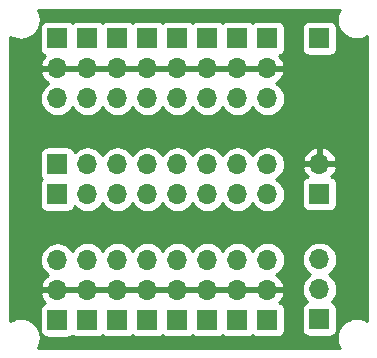
<source format=gtl>
G04 #@! TF.GenerationSoftware,KiCad,Pcbnew,5.1.1-8be2ce7~80~ubuntu16.04.1*
G04 #@! TF.CreationDate,2019-04-29T10:17:37+02:00*
G04 #@! TF.ProjectId,servomotors_ext_pwr_adaptor,73657276-6f6d-46f7-946f-72735f657874,rev?*
G04 #@! TF.SameCoordinates,Original*
G04 #@! TF.FileFunction,Copper,L1,Top*
G04 #@! TF.FilePolarity,Positive*
%FSLAX46Y46*%
G04 Gerber Fmt 4.6, Leading zero omitted, Abs format (unit mm)*
G04 Created by KiCad (PCBNEW 5.1.1-8be2ce7~80~ubuntu16.04.1) date 2019-04-29 10:17:37*
%MOMM*%
%LPD*%
G04 APERTURE LIST*
%ADD10O,1.700000X1.700000*%
%ADD11R,1.700000X1.700000*%
%ADD12C,0.254000*%
G04 APERTURE END LIST*
D10*
X100126800Y-92506800D03*
X100126800Y-89966800D03*
D11*
X100126800Y-87426800D03*
X102666800Y-87426800D03*
D10*
X102666800Y-89966800D03*
X102666800Y-92506800D03*
X105206800Y-92506800D03*
X105206800Y-89966800D03*
D11*
X105206800Y-87426800D03*
X107746800Y-87426800D03*
D10*
X107746800Y-89966800D03*
X107746800Y-92506800D03*
X110286800Y-92506800D03*
X110286800Y-89966800D03*
D11*
X110286800Y-87426800D03*
X112826800Y-87426800D03*
D10*
X112826800Y-89966800D03*
X112826800Y-92506800D03*
X115366800Y-92506800D03*
X115366800Y-89966800D03*
D11*
X115366800Y-87426800D03*
X117906800Y-87426800D03*
D10*
X117906800Y-89966800D03*
X117906800Y-92506800D03*
X117906800Y-98062800D03*
X115366800Y-98062800D03*
X112826800Y-98062800D03*
X110286800Y-98062800D03*
X107746800Y-98062800D03*
X105206800Y-98062800D03*
X102666800Y-98062800D03*
D11*
X100126800Y-98062800D03*
X122326400Y-111201200D03*
D10*
X122326400Y-108661200D03*
X122326400Y-106121200D03*
D11*
X100126800Y-100634800D03*
D10*
X102666800Y-100634800D03*
X105206800Y-100634800D03*
X107746800Y-100634800D03*
X110286800Y-100634800D03*
X112826800Y-100634800D03*
X115366800Y-100634800D03*
X117906800Y-100634800D03*
X100126800Y-106190800D03*
X100126800Y-108730800D03*
D11*
X100126800Y-111270800D03*
X102666800Y-111252000D03*
D10*
X102666800Y-108712000D03*
X102666800Y-106172000D03*
D11*
X105206800Y-111252000D03*
D10*
X105206800Y-108712000D03*
X105206800Y-106172000D03*
X107746800Y-106172000D03*
X107746800Y-108712000D03*
D11*
X107746800Y-111252000D03*
X110286800Y-111252000D03*
D10*
X110286800Y-108712000D03*
X110286800Y-106172000D03*
X112826800Y-106172000D03*
X112826800Y-108712000D03*
D11*
X112826800Y-111252000D03*
X115366800Y-111252000D03*
D10*
X115366800Y-108712000D03*
X115366800Y-106172000D03*
X117906800Y-106172000D03*
X117906800Y-108712000D03*
D11*
X117906800Y-111252000D03*
X122326400Y-87426800D03*
X122326400Y-100584000D03*
D10*
X122326400Y-98044000D03*
D12*
G36*
X123913976Y-85217551D02*
G01*
X123823600Y-85532728D01*
X123796164Y-85859456D01*
X123832712Y-86185292D01*
X123931853Y-86497822D01*
X124089809Y-86785145D01*
X124300566Y-87036314D01*
X124556094Y-87241764D01*
X124846661Y-87393669D01*
X125161199Y-87486243D01*
X125487729Y-87515959D01*
X125813811Y-87481686D01*
X126127026Y-87384730D01*
X126340001Y-87269575D01*
X126340000Y-111339249D01*
X126083529Y-111209696D01*
X125767729Y-111121523D01*
X125440817Y-111096368D01*
X125115245Y-111135191D01*
X124803414Y-111236511D01*
X124517201Y-111396469D01*
X124267509Y-111608974D01*
X124063848Y-111865930D01*
X123913976Y-112157551D01*
X123823600Y-112472728D01*
X123796164Y-112799456D01*
X123832712Y-113125292D01*
X123931853Y-113437822D01*
X124043000Y-113640000D01*
X98462240Y-113640000D01*
X98581237Y-113416198D01*
X98676005Y-113102314D01*
X98708000Y-112776000D01*
X98707345Y-112729092D01*
X98666251Y-112403799D01*
X98562756Y-112092682D01*
X98400803Y-111807594D01*
X98186561Y-111559391D01*
X97928189Y-111357529D01*
X97635529Y-111209696D01*
X97319729Y-111121523D01*
X96992817Y-111096368D01*
X96667245Y-111135191D01*
X96355414Y-111236511D01*
X96164000Y-111343488D01*
X96164000Y-110420800D01*
X98638728Y-110420800D01*
X98638728Y-112120800D01*
X98650988Y-112245282D01*
X98687298Y-112364980D01*
X98746263Y-112475294D01*
X98825615Y-112571985D01*
X98922306Y-112651337D01*
X99032620Y-112710302D01*
X99152318Y-112746612D01*
X99276800Y-112758872D01*
X100976800Y-112758872D01*
X101101282Y-112746612D01*
X101220980Y-112710302D01*
X101331294Y-112651337D01*
X101408254Y-112588178D01*
X101462306Y-112632537D01*
X101572620Y-112691502D01*
X101692318Y-112727812D01*
X101816800Y-112740072D01*
X103516800Y-112740072D01*
X103641282Y-112727812D01*
X103760980Y-112691502D01*
X103871294Y-112632537D01*
X103936800Y-112578778D01*
X104002306Y-112632537D01*
X104112620Y-112691502D01*
X104232318Y-112727812D01*
X104356800Y-112740072D01*
X106056800Y-112740072D01*
X106181282Y-112727812D01*
X106300980Y-112691502D01*
X106411294Y-112632537D01*
X106476800Y-112578778D01*
X106542306Y-112632537D01*
X106652620Y-112691502D01*
X106772318Y-112727812D01*
X106896800Y-112740072D01*
X108596800Y-112740072D01*
X108721282Y-112727812D01*
X108840980Y-112691502D01*
X108951294Y-112632537D01*
X109016800Y-112578778D01*
X109082306Y-112632537D01*
X109192620Y-112691502D01*
X109312318Y-112727812D01*
X109436800Y-112740072D01*
X111136800Y-112740072D01*
X111261282Y-112727812D01*
X111380980Y-112691502D01*
X111491294Y-112632537D01*
X111556800Y-112578778D01*
X111622306Y-112632537D01*
X111732620Y-112691502D01*
X111852318Y-112727812D01*
X111976800Y-112740072D01*
X113676800Y-112740072D01*
X113801282Y-112727812D01*
X113920980Y-112691502D01*
X114031294Y-112632537D01*
X114096800Y-112578778D01*
X114162306Y-112632537D01*
X114272620Y-112691502D01*
X114392318Y-112727812D01*
X114516800Y-112740072D01*
X116216800Y-112740072D01*
X116341282Y-112727812D01*
X116460980Y-112691502D01*
X116571294Y-112632537D01*
X116636800Y-112578778D01*
X116702306Y-112632537D01*
X116812620Y-112691502D01*
X116932318Y-112727812D01*
X117056800Y-112740072D01*
X118756800Y-112740072D01*
X118881282Y-112727812D01*
X119000980Y-112691502D01*
X119111294Y-112632537D01*
X119207985Y-112553185D01*
X119287337Y-112456494D01*
X119346302Y-112346180D01*
X119382612Y-112226482D01*
X119394872Y-112102000D01*
X119394872Y-110402000D01*
X119382612Y-110277518D01*
X119346302Y-110157820D01*
X119287337Y-110047506D01*
X119207985Y-109950815D01*
X119111294Y-109871463D01*
X119000980Y-109812498D01*
X118920334Y-109788034D01*
X119004388Y-109712269D01*
X119178441Y-109478920D01*
X119303625Y-109216099D01*
X119348276Y-109068890D01*
X119226955Y-108839000D01*
X118033800Y-108839000D01*
X118033800Y-108859000D01*
X117779800Y-108859000D01*
X117779800Y-108839000D01*
X115493800Y-108839000D01*
X115493800Y-108859000D01*
X115239800Y-108859000D01*
X115239800Y-108839000D01*
X112953800Y-108839000D01*
X112953800Y-108859000D01*
X112699800Y-108859000D01*
X112699800Y-108839000D01*
X110413800Y-108839000D01*
X110413800Y-108859000D01*
X110159800Y-108859000D01*
X110159800Y-108839000D01*
X107873800Y-108839000D01*
X107873800Y-108859000D01*
X107619800Y-108859000D01*
X107619800Y-108839000D01*
X105333800Y-108839000D01*
X105333800Y-108859000D01*
X105079800Y-108859000D01*
X105079800Y-108839000D01*
X102793800Y-108839000D01*
X102793800Y-108859000D01*
X102539800Y-108859000D01*
X102539800Y-108839000D01*
X101346645Y-108839000D01*
X101336724Y-108857800D01*
X100253800Y-108857800D01*
X100253800Y-108877800D01*
X99999800Y-108877800D01*
X99999800Y-108857800D01*
X98806645Y-108857800D01*
X98685324Y-109087690D01*
X98729975Y-109234899D01*
X98855159Y-109497720D01*
X99029212Y-109731069D01*
X99113266Y-109806834D01*
X99032620Y-109831298D01*
X98922306Y-109890263D01*
X98825615Y-109969615D01*
X98746263Y-110066306D01*
X98687298Y-110176620D01*
X98650988Y-110296318D01*
X98638728Y-110420800D01*
X96164000Y-110420800D01*
X96164000Y-106190800D01*
X98634615Y-106190800D01*
X98663287Y-106481911D01*
X98748201Y-106761834D01*
X98886094Y-107019814D01*
X99071666Y-107245934D01*
X99297786Y-107431506D01*
X99362323Y-107466001D01*
X99245445Y-107535622D01*
X99029212Y-107730531D01*
X98855159Y-107963880D01*
X98729975Y-108226701D01*
X98685324Y-108373910D01*
X98806645Y-108603800D01*
X99999800Y-108603800D01*
X99999800Y-108583800D01*
X100253800Y-108583800D01*
X100253800Y-108603800D01*
X101446955Y-108603800D01*
X101456876Y-108585000D01*
X102539800Y-108585000D01*
X102539800Y-108565000D01*
X102793800Y-108565000D01*
X102793800Y-108585000D01*
X105079800Y-108585000D01*
X105079800Y-108565000D01*
X105333800Y-108565000D01*
X105333800Y-108585000D01*
X107619800Y-108585000D01*
X107619800Y-108565000D01*
X107873800Y-108565000D01*
X107873800Y-108585000D01*
X110159800Y-108585000D01*
X110159800Y-108565000D01*
X110413800Y-108565000D01*
X110413800Y-108585000D01*
X112699800Y-108585000D01*
X112699800Y-108565000D01*
X112953800Y-108565000D01*
X112953800Y-108585000D01*
X115239800Y-108585000D01*
X115239800Y-108565000D01*
X115493800Y-108565000D01*
X115493800Y-108585000D01*
X117779800Y-108585000D01*
X117779800Y-108565000D01*
X118033800Y-108565000D01*
X118033800Y-108585000D01*
X119226955Y-108585000D01*
X119348276Y-108355110D01*
X119303625Y-108207901D01*
X119178441Y-107945080D01*
X119004388Y-107711731D01*
X118788155Y-107516822D01*
X118671277Y-107447201D01*
X118735814Y-107412706D01*
X118961934Y-107227134D01*
X119147506Y-107001014D01*
X119285399Y-106743034D01*
X119370313Y-106463111D01*
X119398985Y-106172000D01*
X119393982Y-106121200D01*
X120834215Y-106121200D01*
X120862887Y-106412311D01*
X120947801Y-106692234D01*
X121085694Y-106950214D01*
X121271266Y-107176334D01*
X121497386Y-107361906D01*
X121552191Y-107391200D01*
X121497386Y-107420494D01*
X121271266Y-107606066D01*
X121085694Y-107832186D01*
X120947801Y-108090166D01*
X120862887Y-108370089D01*
X120834215Y-108661200D01*
X120862887Y-108952311D01*
X120947801Y-109232234D01*
X121085694Y-109490214D01*
X121271266Y-109716334D01*
X121301087Y-109740807D01*
X121232220Y-109761698D01*
X121121906Y-109820663D01*
X121025215Y-109900015D01*
X120945863Y-109996706D01*
X120886898Y-110107020D01*
X120850588Y-110226718D01*
X120838328Y-110351200D01*
X120838328Y-112051200D01*
X120850588Y-112175682D01*
X120886898Y-112295380D01*
X120945863Y-112405694D01*
X121025215Y-112502385D01*
X121121906Y-112581737D01*
X121232220Y-112640702D01*
X121351918Y-112677012D01*
X121476400Y-112689272D01*
X123176400Y-112689272D01*
X123300882Y-112677012D01*
X123420580Y-112640702D01*
X123530894Y-112581737D01*
X123627585Y-112502385D01*
X123706937Y-112405694D01*
X123765902Y-112295380D01*
X123802212Y-112175682D01*
X123814472Y-112051200D01*
X123814472Y-110351200D01*
X123802212Y-110226718D01*
X123765902Y-110107020D01*
X123706937Y-109996706D01*
X123627585Y-109900015D01*
X123530894Y-109820663D01*
X123420580Y-109761698D01*
X123351713Y-109740807D01*
X123381534Y-109716334D01*
X123567106Y-109490214D01*
X123704999Y-109232234D01*
X123789913Y-108952311D01*
X123818585Y-108661200D01*
X123789913Y-108370089D01*
X123704999Y-108090166D01*
X123567106Y-107832186D01*
X123381534Y-107606066D01*
X123155414Y-107420494D01*
X123100609Y-107391200D01*
X123155414Y-107361906D01*
X123381534Y-107176334D01*
X123567106Y-106950214D01*
X123704999Y-106692234D01*
X123789913Y-106412311D01*
X123818585Y-106121200D01*
X123789913Y-105830089D01*
X123704999Y-105550166D01*
X123567106Y-105292186D01*
X123381534Y-105066066D01*
X123155414Y-104880494D01*
X122897434Y-104742601D01*
X122617511Y-104657687D01*
X122399350Y-104636200D01*
X122253450Y-104636200D01*
X122035289Y-104657687D01*
X121755366Y-104742601D01*
X121497386Y-104880494D01*
X121271266Y-105066066D01*
X121085694Y-105292186D01*
X120947801Y-105550166D01*
X120862887Y-105830089D01*
X120834215Y-106121200D01*
X119393982Y-106121200D01*
X119370313Y-105880889D01*
X119285399Y-105600966D01*
X119147506Y-105342986D01*
X118961934Y-105116866D01*
X118735814Y-104931294D01*
X118477834Y-104793401D01*
X118197911Y-104708487D01*
X117979750Y-104687000D01*
X117833850Y-104687000D01*
X117615689Y-104708487D01*
X117335766Y-104793401D01*
X117077786Y-104931294D01*
X116851666Y-105116866D01*
X116666094Y-105342986D01*
X116636800Y-105397791D01*
X116607506Y-105342986D01*
X116421934Y-105116866D01*
X116195814Y-104931294D01*
X115937834Y-104793401D01*
X115657911Y-104708487D01*
X115439750Y-104687000D01*
X115293850Y-104687000D01*
X115075689Y-104708487D01*
X114795766Y-104793401D01*
X114537786Y-104931294D01*
X114311666Y-105116866D01*
X114126094Y-105342986D01*
X114096800Y-105397791D01*
X114067506Y-105342986D01*
X113881934Y-105116866D01*
X113655814Y-104931294D01*
X113397834Y-104793401D01*
X113117911Y-104708487D01*
X112899750Y-104687000D01*
X112753850Y-104687000D01*
X112535689Y-104708487D01*
X112255766Y-104793401D01*
X111997786Y-104931294D01*
X111771666Y-105116866D01*
X111586094Y-105342986D01*
X111556800Y-105397791D01*
X111527506Y-105342986D01*
X111341934Y-105116866D01*
X111115814Y-104931294D01*
X110857834Y-104793401D01*
X110577911Y-104708487D01*
X110359750Y-104687000D01*
X110213850Y-104687000D01*
X109995689Y-104708487D01*
X109715766Y-104793401D01*
X109457786Y-104931294D01*
X109231666Y-105116866D01*
X109046094Y-105342986D01*
X109016800Y-105397791D01*
X108987506Y-105342986D01*
X108801934Y-105116866D01*
X108575814Y-104931294D01*
X108317834Y-104793401D01*
X108037911Y-104708487D01*
X107819750Y-104687000D01*
X107673850Y-104687000D01*
X107455689Y-104708487D01*
X107175766Y-104793401D01*
X106917786Y-104931294D01*
X106691666Y-105116866D01*
X106506094Y-105342986D01*
X106476800Y-105397791D01*
X106447506Y-105342986D01*
X106261934Y-105116866D01*
X106035814Y-104931294D01*
X105777834Y-104793401D01*
X105497911Y-104708487D01*
X105279750Y-104687000D01*
X105133850Y-104687000D01*
X104915689Y-104708487D01*
X104635766Y-104793401D01*
X104377786Y-104931294D01*
X104151666Y-105116866D01*
X103966094Y-105342986D01*
X103936800Y-105397791D01*
X103907506Y-105342986D01*
X103721934Y-105116866D01*
X103495814Y-104931294D01*
X103237834Y-104793401D01*
X102957911Y-104708487D01*
X102739750Y-104687000D01*
X102593850Y-104687000D01*
X102375689Y-104708487D01*
X102095766Y-104793401D01*
X101837786Y-104931294D01*
X101611666Y-105116866D01*
X101426094Y-105342986D01*
X101391776Y-105407191D01*
X101367506Y-105361786D01*
X101181934Y-105135666D01*
X100955814Y-104950094D01*
X100697834Y-104812201D01*
X100417911Y-104727287D01*
X100199750Y-104705800D01*
X100053850Y-104705800D01*
X99835689Y-104727287D01*
X99555766Y-104812201D01*
X99297786Y-104950094D01*
X99071666Y-105135666D01*
X98886094Y-105361786D01*
X98748201Y-105619766D01*
X98663287Y-105899689D01*
X98634615Y-106190800D01*
X96164000Y-106190800D01*
X96164000Y-97212800D01*
X98638728Y-97212800D01*
X98638728Y-98912800D01*
X98650988Y-99037282D01*
X98687298Y-99156980D01*
X98746263Y-99267294D01*
X98813153Y-99348800D01*
X98746263Y-99430306D01*
X98687298Y-99540620D01*
X98650988Y-99660318D01*
X98638728Y-99784800D01*
X98638728Y-101484800D01*
X98650988Y-101609282D01*
X98687298Y-101728980D01*
X98746263Y-101839294D01*
X98825615Y-101935985D01*
X98922306Y-102015337D01*
X99032620Y-102074302D01*
X99152318Y-102110612D01*
X99276800Y-102122872D01*
X100976800Y-102122872D01*
X101101282Y-102110612D01*
X101220980Y-102074302D01*
X101331294Y-102015337D01*
X101427985Y-101935985D01*
X101507337Y-101839294D01*
X101566302Y-101728980D01*
X101587193Y-101660113D01*
X101611666Y-101689934D01*
X101837786Y-101875506D01*
X102095766Y-102013399D01*
X102375689Y-102098313D01*
X102593850Y-102119800D01*
X102739750Y-102119800D01*
X102957911Y-102098313D01*
X103237834Y-102013399D01*
X103495814Y-101875506D01*
X103721934Y-101689934D01*
X103907506Y-101463814D01*
X103936800Y-101409009D01*
X103966094Y-101463814D01*
X104151666Y-101689934D01*
X104377786Y-101875506D01*
X104635766Y-102013399D01*
X104915689Y-102098313D01*
X105133850Y-102119800D01*
X105279750Y-102119800D01*
X105497911Y-102098313D01*
X105777834Y-102013399D01*
X106035814Y-101875506D01*
X106261934Y-101689934D01*
X106447506Y-101463814D01*
X106476800Y-101409009D01*
X106506094Y-101463814D01*
X106691666Y-101689934D01*
X106917786Y-101875506D01*
X107175766Y-102013399D01*
X107455689Y-102098313D01*
X107673850Y-102119800D01*
X107819750Y-102119800D01*
X108037911Y-102098313D01*
X108317834Y-102013399D01*
X108575814Y-101875506D01*
X108801934Y-101689934D01*
X108987506Y-101463814D01*
X109016800Y-101409009D01*
X109046094Y-101463814D01*
X109231666Y-101689934D01*
X109457786Y-101875506D01*
X109715766Y-102013399D01*
X109995689Y-102098313D01*
X110213850Y-102119800D01*
X110359750Y-102119800D01*
X110577911Y-102098313D01*
X110857834Y-102013399D01*
X111115814Y-101875506D01*
X111341934Y-101689934D01*
X111527506Y-101463814D01*
X111556800Y-101409009D01*
X111586094Y-101463814D01*
X111771666Y-101689934D01*
X111997786Y-101875506D01*
X112255766Y-102013399D01*
X112535689Y-102098313D01*
X112753850Y-102119800D01*
X112899750Y-102119800D01*
X113117911Y-102098313D01*
X113397834Y-102013399D01*
X113655814Y-101875506D01*
X113881934Y-101689934D01*
X114067506Y-101463814D01*
X114096800Y-101409009D01*
X114126094Y-101463814D01*
X114311666Y-101689934D01*
X114537786Y-101875506D01*
X114795766Y-102013399D01*
X115075689Y-102098313D01*
X115293850Y-102119800D01*
X115439750Y-102119800D01*
X115657911Y-102098313D01*
X115937834Y-102013399D01*
X116195814Y-101875506D01*
X116421934Y-101689934D01*
X116607506Y-101463814D01*
X116636800Y-101409009D01*
X116666094Y-101463814D01*
X116851666Y-101689934D01*
X117077786Y-101875506D01*
X117335766Y-102013399D01*
X117615689Y-102098313D01*
X117833850Y-102119800D01*
X117979750Y-102119800D01*
X118197911Y-102098313D01*
X118477834Y-102013399D01*
X118735814Y-101875506D01*
X118961934Y-101689934D01*
X119147506Y-101463814D01*
X119285399Y-101205834D01*
X119370313Y-100925911D01*
X119398985Y-100634800D01*
X119370313Y-100343689D01*
X119285399Y-100063766D01*
X119147506Y-99805786D01*
X119088593Y-99734000D01*
X120838328Y-99734000D01*
X120838328Y-101434000D01*
X120850588Y-101558482D01*
X120886898Y-101678180D01*
X120945863Y-101788494D01*
X121025215Y-101885185D01*
X121121906Y-101964537D01*
X121232220Y-102023502D01*
X121351918Y-102059812D01*
X121476400Y-102072072D01*
X123176400Y-102072072D01*
X123300882Y-102059812D01*
X123420580Y-102023502D01*
X123530894Y-101964537D01*
X123627585Y-101885185D01*
X123706937Y-101788494D01*
X123765902Y-101678180D01*
X123802212Y-101558482D01*
X123814472Y-101434000D01*
X123814472Y-99734000D01*
X123802212Y-99609518D01*
X123765902Y-99489820D01*
X123706937Y-99379506D01*
X123627585Y-99282815D01*
X123530894Y-99203463D01*
X123420580Y-99144498D01*
X123339934Y-99120034D01*
X123423988Y-99044269D01*
X123598041Y-98810920D01*
X123723225Y-98548099D01*
X123767876Y-98400890D01*
X123646555Y-98171000D01*
X122453400Y-98171000D01*
X122453400Y-98191000D01*
X122199400Y-98191000D01*
X122199400Y-98171000D01*
X121006245Y-98171000D01*
X120884924Y-98400890D01*
X120929575Y-98548099D01*
X121054759Y-98810920D01*
X121228812Y-99044269D01*
X121312866Y-99120034D01*
X121232220Y-99144498D01*
X121121906Y-99203463D01*
X121025215Y-99282815D01*
X120945863Y-99379506D01*
X120886898Y-99489820D01*
X120850588Y-99609518D01*
X120838328Y-99734000D01*
X119088593Y-99734000D01*
X118961934Y-99579666D01*
X118735814Y-99394094D01*
X118651075Y-99348800D01*
X118735814Y-99303506D01*
X118961934Y-99117934D01*
X119147506Y-98891814D01*
X119285399Y-98633834D01*
X119370313Y-98353911D01*
X119398985Y-98062800D01*
X119370313Y-97771689D01*
X119344657Y-97687110D01*
X120884924Y-97687110D01*
X121006245Y-97917000D01*
X122199400Y-97917000D01*
X122199400Y-96723186D01*
X122453400Y-96723186D01*
X122453400Y-97917000D01*
X123646555Y-97917000D01*
X123767876Y-97687110D01*
X123723225Y-97539901D01*
X123598041Y-97277080D01*
X123423988Y-97043731D01*
X123207755Y-96848822D01*
X122957652Y-96699843D01*
X122683291Y-96602519D01*
X122453400Y-96723186D01*
X122199400Y-96723186D01*
X121969509Y-96602519D01*
X121695148Y-96699843D01*
X121445045Y-96848822D01*
X121228812Y-97043731D01*
X121054759Y-97277080D01*
X120929575Y-97539901D01*
X120884924Y-97687110D01*
X119344657Y-97687110D01*
X119285399Y-97491766D01*
X119147506Y-97233786D01*
X118961934Y-97007666D01*
X118735814Y-96822094D01*
X118477834Y-96684201D01*
X118197911Y-96599287D01*
X117979750Y-96577800D01*
X117833850Y-96577800D01*
X117615689Y-96599287D01*
X117335766Y-96684201D01*
X117077786Y-96822094D01*
X116851666Y-97007666D01*
X116666094Y-97233786D01*
X116636800Y-97288591D01*
X116607506Y-97233786D01*
X116421934Y-97007666D01*
X116195814Y-96822094D01*
X115937834Y-96684201D01*
X115657911Y-96599287D01*
X115439750Y-96577800D01*
X115293850Y-96577800D01*
X115075689Y-96599287D01*
X114795766Y-96684201D01*
X114537786Y-96822094D01*
X114311666Y-97007666D01*
X114126094Y-97233786D01*
X114096800Y-97288591D01*
X114067506Y-97233786D01*
X113881934Y-97007666D01*
X113655814Y-96822094D01*
X113397834Y-96684201D01*
X113117911Y-96599287D01*
X112899750Y-96577800D01*
X112753850Y-96577800D01*
X112535689Y-96599287D01*
X112255766Y-96684201D01*
X111997786Y-96822094D01*
X111771666Y-97007666D01*
X111586094Y-97233786D01*
X111556800Y-97288591D01*
X111527506Y-97233786D01*
X111341934Y-97007666D01*
X111115814Y-96822094D01*
X110857834Y-96684201D01*
X110577911Y-96599287D01*
X110359750Y-96577800D01*
X110213850Y-96577800D01*
X109995689Y-96599287D01*
X109715766Y-96684201D01*
X109457786Y-96822094D01*
X109231666Y-97007666D01*
X109046094Y-97233786D01*
X109016800Y-97288591D01*
X108987506Y-97233786D01*
X108801934Y-97007666D01*
X108575814Y-96822094D01*
X108317834Y-96684201D01*
X108037911Y-96599287D01*
X107819750Y-96577800D01*
X107673850Y-96577800D01*
X107455689Y-96599287D01*
X107175766Y-96684201D01*
X106917786Y-96822094D01*
X106691666Y-97007666D01*
X106506094Y-97233786D01*
X106476800Y-97288591D01*
X106447506Y-97233786D01*
X106261934Y-97007666D01*
X106035814Y-96822094D01*
X105777834Y-96684201D01*
X105497911Y-96599287D01*
X105279750Y-96577800D01*
X105133850Y-96577800D01*
X104915689Y-96599287D01*
X104635766Y-96684201D01*
X104377786Y-96822094D01*
X104151666Y-97007666D01*
X103966094Y-97233786D01*
X103936800Y-97288591D01*
X103907506Y-97233786D01*
X103721934Y-97007666D01*
X103495814Y-96822094D01*
X103237834Y-96684201D01*
X102957911Y-96599287D01*
X102739750Y-96577800D01*
X102593850Y-96577800D01*
X102375689Y-96599287D01*
X102095766Y-96684201D01*
X101837786Y-96822094D01*
X101611666Y-97007666D01*
X101587193Y-97037487D01*
X101566302Y-96968620D01*
X101507337Y-96858306D01*
X101427985Y-96761615D01*
X101331294Y-96682263D01*
X101220980Y-96623298D01*
X101101282Y-96586988D01*
X100976800Y-96574728D01*
X99276800Y-96574728D01*
X99152318Y-96586988D01*
X99032620Y-96623298D01*
X98922306Y-96682263D01*
X98825615Y-96761615D01*
X98746263Y-96858306D01*
X98687298Y-96968620D01*
X98650988Y-97088318D01*
X98638728Y-97212800D01*
X96164000Y-97212800D01*
X96164000Y-92506800D01*
X98634615Y-92506800D01*
X98663287Y-92797911D01*
X98748201Y-93077834D01*
X98886094Y-93335814D01*
X99071666Y-93561934D01*
X99297786Y-93747506D01*
X99555766Y-93885399D01*
X99835689Y-93970313D01*
X100053850Y-93991800D01*
X100199750Y-93991800D01*
X100417911Y-93970313D01*
X100697834Y-93885399D01*
X100955814Y-93747506D01*
X101181934Y-93561934D01*
X101367506Y-93335814D01*
X101396800Y-93281009D01*
X101426094Y-93335814D01*
X101611666Y-93561934D01*
X101837786Y-93747506D01*
X102095766Y-93885399D01*
X102375689Y-93970313D01*
X102593850Y-93991800D01*
X102739750Y-93991800D01*
X102957911Y-93970313D01*
X103237834Y-93885399D01*
X103495814Y-93747506D01*
X103721934Y-93561934D01*
X103907506Y-93335814D01*
X103936800Y-93281009D01*
X103966094Y-93335814D01*
X104151666Y-93561934D01*
X104377786Y-93747506D01*
X104635766Y-93885399D01*
X104915689Y-93970313D01*
X105133850Y-93991800D01*
X105279750Y-93991800D01*
X105497911Y-93970313D01*
X105777834Y-93885399D01*
X106035814Y-93747506D01*
X106261934Y-93561934D01*
X106447506Y-93335814D01*
X106476800Y-93281009D01*
X106506094Y-93335814D01*
X106691666Y-93561934D01*
X106917786Y-93747506D01*
X107175766Y-93885399D01*
X107455689Y-93970313D01*
X107673850Y-93991800D01*
X107819750Y-93991800D01*
X108037911Y-93970313D01*
X108317834Y-93885399D01*
X108575814Y-93747506D01*
X108801934Y-93561934D01*
X108987506Y-93335814D01*
X109016800Y-93281009D01*
X109046094Y-93335814D01*
X109231666Y-93561934D01*
X109457786Y-93747506D01*
X109715766Y-93885399D01*
X109995689Y-93970313D01*
X110213850Y-93991800D01*
X110359750Y-93991800D01*
X110577911Y-93970313D01*
X110857834Y-93885399D01*
X111115814Y-93747506D01*
X111341934Y-93561934D01*
X111527506Y-93335814D01*
X111556800Y-93281009D01*
X111586094Y-93335814D01*
X111771666Y-93561934D01*
X111997786Y-93747506D01*
X112255766Y-93885399D01*
X112535689Y-93970313D01*
X112753850Y-93991800D01*
X112899750Y-93991800D01*
X113117911Y-93970313D01*
X113397834Y-93885399D01*
X113655814Y-93747506D01*
X113881934Y-93561934D01*
X114067506Y-93335814D01*
X114096800Y-93281009D01*
X114126094Y-93335814D01*
X114311666Y-93561934D01*
X114537786Y-93747506D01*
X114795766Y-93885399D01*
X115075689Y-93970313D01*
X115293850Y-93991800D01*
X115439750Y-93991800D01*
X115657911Y-93970313D01*
X115937834Y-93885399D01*
X116195814Y-93747506D01*
X116421934Y-93561934D01*
X116607506Y-93335814D01*
X116636800Y-93281009D01*
X116666094Y-93335814D01*
X116851666Y-93561934D01*
X117077786Y-93747506D01*
X117335766Y-93885399D01*
X117615689Y-93970313D01*
X117833850Y-93991800D01*
X117979750Y-93991800D01*
X118197911Y-93970313D01*
X118477834Y-93885399D01*
X118735814Y-93747506D01*
X118961934Y-93561934D01*
X119147506Y-93335814D01*
X119285399Y-93077834D01*
X119370313Y-92797911D01*
X119398985Y-92506800D01*
X119370313Y-92215689D01*
X119285399Y-91935766D01*
X119147506Y-91677786D01*
X118961934Y-91451666D01*
X118735814Y-91266094D01*
X118671277Y-91231599D01*
X118788155Y-91161978D01*
X119004388Y-90967069D01*
X119178441Y-90733720D01*
X119303625Y-90470899D01*
X119348276Y-90323690D01*
X119226955Y-90093800D01*
X118033800Y-90093800D01*
X118033800Y-90113800D01*
X117779800Y-90113800D01*
X117779800Y-90093800D01*
X115493800Y-90093800D01*
X115493800Y-90113800D01*
X115239800Y-90113800D01*
X115239800Y-90093800D01*
X112953800Y-90093800D01*
X112953800Y-90113800D01*
X112699800Y-90113800D01*
X112699800Y-90093800D01*
X110413800Y-90093800D01*
X110413800Y-90113800D01*
X110159800Y-90113800D01*
X110159800Y-90093800D01*
X107873800Y-90093800D01*
X107873800Y-90113800D01*
X107619800Y-90113800D01*
X107619800Y-90093800D01*
X105333800Y-90093800D01*
X105333800Y-90113800D01*
X105079800Y-90113800D01*
X105079800Y-90093800D01*
X102793800Y-90093800D01*
X102793800Y-90113800D01*
X102539800Y-90113800D01*
X102539800Y-90093800D01*
X100253800Y-90093800D01*
X100253800Y-90113800D01*
X99999800Y-90113800D01*
X99999800Y-90093800D01*
X98806645Y-90093800D01*
X98685324Y-90323690D01*
X98729975Y-90470899D01*
X98855159Y-90733720D01*
X99029212Y-90967069D01*
X99245445Y-91161978D01*
X99362323Y-91231599D01*
X99297786Y-91266094D01*
X99071666Y-91451666D01*
X98886094Y-91677786D01*
X98748201Y-91935766D01*
X98663287Y-92215689D01*
X98634615Y-92506800D01*
X96164000Y-92506800D01*
X96164000Y-87286991D01*
X96398661Y-87409669D01*
X96713199Y-87502243D01*
X97039729Y-87531959D01*
X97365811Y-87497686D01*
X97679026Y-87400730D01*
X97967444Y-87244783D01*
X98220079Y-87035785D01*
X98427308Y-86781698D01*
X98536253Y-86576800D01*
X98638728Y-86576800D01*
X98638728Y-88276800D01*
X98650988Y-88401282D01*
X98687298Y-88520980D01*
X98746263Y-88631294D01*
X98825615Y-88727985D01*
X98922306Y-88807337D01*
X99032620Y-88866302D01*
X99113266Y-88890766D01*
X99029212Y-88966531D01*
X98855159Y-89199880D01*
X98729975Y-89462701D01*
X98685324Y-89609910D01*
X98806645Y-89839800D01*
X99999800Y-89839800D01*
X99999800Y-89819800D01*
X100253800Y-89819800D01*
X100253800Y-89839800D01*
X102539800Y-89839800D01*
X102539800Y-89819800D01*
X102793800Y-89819800D01*
X102793800Y-89839800D01*
X105079800Y-89839800D01*
X105079800Y-89819800D01*
X105333800Y-89819800D01*
X105333800Y-89839800D01*
X107619800Y-89839800D01*
X107619800Y-89819800D01*
X107873800Y-89819800D01*
X107873800Y-89839800D01*
X110159800Y-89839800D01*
X110159800Y-89819800D01*
X110413800Y-89819800D01*
X110413800Y-89839800D01*
X112699800Y-89839800D01*
X112699800Y-89819800D01*
X112953800Y-89819800D01*
X112953800Y-89839800D01*
X115239800Y-89839800D01*
X115239800Y-89819800D01*
X115493800Y-89819800D01*
X115493800Y-89839800D01*
X117779800Y-89839800D01*
X117779800Y-89819800D01*
X118033800Y-89819800D01*
X118033800Y-89839800D01*
X119226955Y-89839800D01*
X119348276Y-89609910D01*
X119303625Y-89462701D01*
X119178441Y-89199880D01*
X119004388Y-88966531D01*
X118920334Y-88890766D01*
X119000980Y-88866302D01*
X119111294Y-88807337D01*
X119207985Y-88727985D01*
X119287337Y-88631294D01*
X119346302Y-88520980D01*
X119382612Y-88401282D01*
X119394872Y-88276800D01*
X119394872Y-86576800D01*
X120838328Y-86576800D01*
X120838328Y-88276800D01*
X120850588Y-88401282D01*
X120886898Y-88520980D01*
X120945863Y-88631294D01*
X121025215Y-88727985D01*
X121121906Y-88807337D01*
X121232220Y-88866302D01*
X121351918Y-88902612D01*
X121476400Y-88914872D01*
X123176400Y-88914872D01*
X123300882Y-88902612D01*
X123420580Y-88866302D01*
X123530894Y-88807337D01*
X123627585Y-88727985D01*
X123706937Y-88631294D01*
X123765902Y-88520980D01*
X123802212Y-88401282D01*
X123814472Y-88276800D01*
X123814472Y-86576800D01*
X123802212Y-86452318D01*
X123765902Y-86332620D01*
X123706937Y-86222306D01*
X123627585Y-86125615D01*
X123530894Y-86046263D01*
X123420580Y-85987298D01*
X123300882Y-85950988D01*
X123176400Y-85938728D01*
X121476400Y-85938728D01*
X121351918Y-85950988D01*
X121232220Y-85987298D01*
X121121906Y-86046263D01*
X121025215Y-86125615D01*
X120945863Y-86222306D01*
X120886898Y-86332620D01*
X120850588Y-86452318D01*
X120838328Y-86576800D01*
X119394872Y-86576800D01*
X119382612Y-86452318D01*
X119346302Y-86332620D01*
X119287337Y-86222306D01*
X119207985Y-86125615D01*
X119111294Y-86046263D01*
X119000980Y-85987298D01*
X118881282Y-85950988D01*
X118756800Y-85938728D01*
X117056800Y-85938728D01*
X116932318Y-85950988D01*
X116812620Y-85987298D01*
X116702306Y-86046263D01*
X116636800Y-86100022D01*
X116571294Y-86046263D01*
X116460980Y-85987298D01*
X116341282Y-85950988D01*
X116216800Y-85938728D01*
X114516800Y-85938728D01*
X114392318Y-85950988D01*
X114272620Y-85987298D01*
X114162306Y-86046263D01*
X114096800Y-86100022D01*
X114031294Y-86046263D01*
X113920980Y-85987298D01*
X113801282Y-85950988D01*
X113676800Y-85938728D01*
X111976800Y-85938728D01*
X111852318Y-85950988D01*
X111732620Y-85987298D01*
X111622306Y-86046263D01*
X111556800Y-86100022D01*
X111491294Y-86046263D01*
X111380980Y-85987298D01*
X111261282Y-85950988D01*
X111136800Y-85938728D01*
X109436800Y-85938728D01*
X109312318Y-85950988D01*
X109192620Y-85987298D01*
X109082306Y-86046263D01*
X109016800Y-86100022D01*
X108951294Y-86046263D01*
X108840980Y-85987298D01*
X108721282Y-85950988D01*
X108596800Y-85938728D01*
X106896800Y-85938728D01*
X106772318Y-85950988D01*
X106652620Y-85987298D01*
X106542306Y-86046263D01*
X106476800Y-86100022D01*
X106411294Y-86046263D01*
X106300980Y-85987298D01*
X106181282Y-85950988D01*
X106056800Y-85938728D01*
X104356800Y-85938728D01*
X104232318Y-85950988D01*
X104112620Y-85987298D01*
X104002306Y-86046263D01*
X103936800Y-86100022D01*
X103871294Y-86046263D01*
X103760980Y-85987298D01*
X103641282Y-85950988D01*
X103516800Y-85938728D01*
X101816800Y-85938728D01*
X101692318Y-85950988D01*
X101572620Y-85987298D01*
X101462306Y-86046263D01*
X101396800Y-86100022D01*
X101331294Y-86046263D01*
X101220980Y-85987298D01*
X101101282Y-85950988D01*
X100976800Y-85938728D01*
X99276800Y-85938728D01*
X99152318Y-85950988D01*
X99032620Y-85987298D01*
X98922306Y-86046263D01*
X98825615Y-86125615D01*
X98746263Y-86222306D01*
X98687298Y-86332620D01*
X98650988Y-86452318D01*
X98638728Y-86576800D01*
X98536253Y-86576800D01*
X98581237Y-86492198D01*
X98676005Y-86178314D01*
X98708000Y-85852000D01*
X98707345Y-85805092D01*
X98666251Y-85479799D01*
X98562756Y-85168682D01*
X98460114Y-84988000D01*
X124031949Y-84988000D01*
X123913976Y-85217551D01*
X123913976Y-85217551D01*
G37*
X123913976Y-85217551D02*
X123823600Y-85532728D01*
X123796164Y-85859456D01*
X123832712Y-86185292D01*
X123931853Y-86497822D01*
X124089809Y-86785145D01*
X124300566Y-87036314D01*
X124556094Y-87241764D01*
X124846661Y-87393669D01*
X125161199Y-87486243D01*
X125487729Y-87515959D01*
X125813811Y-87481686D01*
X126127026Y-87384730D01*
X126340001Y-87269575D01*
X126340000Y-111339249D01*
X126083529Y-111209696D01*
X125767729Y-111121523D01*
X125440817Y-111096368D01*
X125115245Y-111135191D01*
X124803414Y-111236511D01*
X124517201Y-111396469D01*
X124267509Y-111608974D01*
X124063848Y-111865930D01*
X123913976Y-112157551D01*
X123823600Y-112472728D01*
X123796164Y-112799456D01*
X123832712Y-113125292D01*
X123931853Y-113437822D01*
X124043000Y-113640000D01*
X98462240Y-113640000D01*
X98581237Y-113416198D01*
X98676005Y-113102314D01*
X98708000Y-112776000D01*
X98707345Y-112729092D01*
X98666251Y-112403799D01*
X98562756Y-112092682D01*
X98400803Y-111807594D01*
X98186561Y-111559391D01*
X97928189Y-111357529D01*
X97635529Y-111209696D01*
X97319729Y-111121523D01*
X96992817Y-111096368D01*
X96667245Y-111135191D01*
X96355414Y-111236511D01*
X96164000Y-111343488D01*
X96164000Y-110420800D01*
X98638728Y-110420800D01*
X98638728Y-112120800D01*
X98650988Y-112245282D01*
X98687298Y-112364980D01*
X98746263Y-112475294D01*
X98825615Y-112571985D01*
X98922306Y-112651337D01*
X99032620Y-112710302D01*
X99152318Y-112746612D01*
X99276800Y-112758872D01*
X100976800Y-112758872D01*
X101101282Y-112746612D01*
X101220980Y-112710302D01*
X101331294Y-112651337D01*
X101408254Y-112588178D01*
X101462306Y-112632537D01*
X101572620Y-112691502D01*
X101692318Y-112727812D01*
X101816800Y-112740072D01*
X103516800Y-112740072D01*
X103641282Y-112727812D01*
X103760980Y-112691502D01*
X103871294Y-112632537D01*
X103936800Y-112578778D01*
X104002306Y-112632537D01*
X104112620Y-112691502D01*
X104232318Y-112727812D01*
X104356800Y-112740072D01*
X106056800Y-112740072D01*
X106181282Y-112727812D01*
X106300980Y-112691502D01*
X106411294Y-112632537D01*
X106476800Y-112578778D01*
X106542306Y-112632537D01*
X106652620Y-112691502D01*
X106772318Y-112727812D01*
X106896800Y-112740072D01*
X108596800Y-112740072D01*
X108721282Y-112727812D01*
X108840980Y-112691502D01*
X108951294Y-112632537D01*
X109016800Y-112578778D01*
X109082306Y-112632537D01*
X109192620Y-112691502D01*
X109312318Y-112727812D01*
X109436800Y-112740072D01*
X111136800Y-112740072D01*
X111261282Y-112727812D01*
X111380980Y-112691502D01*
X111491294Y-112632537D01*
X111556800Y-112578778D01*
X111622306Y-112632537D01*
X111732620Y-112691502D01*
X111852318Y-112727812D01*
X111976800Y-112740072D01*
X113676800Y-112740072D01*
X113801282Y-112727812D01*
X113920980Y-112691502D01*
X114031294Y-112632537D01*
X114096800Y-112578778D01*
X114162306Y-112632537D01*
X114272620Y-112691502D01*
X114392318Y-112727812D01*
X114516800Y-112740072D01*
X116216800Y-112740072D01*
X116341282Y-112727812D01*
X116460980Y-112691502D01*
X116571294Y-112632537D01*
X116636800Y-112578778D01*
X116702306Y-112632537D01*
X116812620Y-112691502D01*
X116932318Y-112727812D01*
X117056800Y-112740072D01*
X118756800Y-112740072D01*
X118881282Y-112727812D01*
X119000980Y-112691502D01*
X119111294Y-112632537D01*
X119207985Y-112553185D01*
X119287337Y-112456494D01*
X119346302Y-112346180D01*
X119382612Y-112226482D01*
X119394872Y-112102000D01*
X119394872Y-110402000D01*
X119382612Y-110277518D01*
X119346302Y-110157820D01*
X119287337Y-110047506D01*
X119207985Y-109950815D01*
X119111294Y-109871463D01*
X119000980Y-109812498D01*
X118920334Y-109788034D01*
X119004388Y-109712269D01*
X119178441Y-109478920D01*
X119303625Y-109216099D01*
X119348276Y-109068890D01*
X119226955Y-108839000D01*
X118033800Y-108839000D01*
X118033800Y-108859000D01*
X117779800Y-108859000D01*
X117779800Y-108839000D01*
X115493800Y-108839000D01*
X115493800Y-108859000D01*
X115239800Y-108859000D01*
X115239800Y-108839000D01*
X112953800Y-108839000D01*
X112953800Y-108859000D01*
X112699800Y-108859000D01*
X112699800Y-108839000D01*
X110413800Y-108839000D01*
X110413800Y-108859000D01*
X110159800Y-108859000D01*
X110159800Y-108839000D01*
X107873800Y-108839000D01*
X107873800Y-108859000D01*
X107619800Y-108859000D01*
X107619800Y-108839000D01*
X105333800Y-108839000D01*
X105333800Y-108859000D01*
X105079800Y-108859000D01*
X105079800Y-108839000D01*
X102793800Y-108839000D01*
X102793800Y-108859000D01*
X102539800Y-108859000D01*
X102539800Y-108839000D01*
X101346645Y-108839000D01*
X101336724Y-108857800D01*
X100253800Y-108857800D01*
X100253800Y-108877800D01*
X99999800Y-108877800D01*
X99999800Y-108857800D01*
X98806645Y-108857800D01*
X98685324Y-109087690D01*
X98729975Y-109234899D01*
X98855159Y-109497720D01*
X99029212Y-109731069D01*
X99113266Y-109806834D01*
X99032620Y-109831298D01*
X98922306Y-109890263D01*
X98825615Y-109969615D01*
X98746263Y-110066306D01*
X98687298Y-110176620D01*
X98650988Y-110296318D01*
X98638728Y-110420800D01*
X96164000Y-110420800D01*
X96164000Y-106190800D01*
X98634615Y-106190800D01*
X98663287Y-106481911D01*
X98748201Y-106761834D01*
X98886094Y-107019814D01*
X99071666Y-107245934D01*
X99297786Y-107431506D01*
X99362323Y-107466001D01*
X99245445Y-107535622D01*
X99029212Y-107730531D01*
X98855159Y-107963880D01*
X98729975Y-108226701D01*
X98685324Y-108373910D01*
X98806645Y-108603800D01*
X99999800Y-108603800D01*
X99999800Y-108583800D01*
X100253800Y-108583800D01*
X100253800Y-108603800D01*
X101446955Y-108603800D01*
X101456876Y-108585000D01*
X102539800Y-108585000D01*
X102539800Y-108565000D01*
X102793800Y-108565000D01*
X102793800Y-108585000D01*
X105079800Y-108585000D01*
X105079800Y-108565000D01*
X105333800Y-108565000D01*
X105333800Y-108585000D01*
X107619800Y-108585000D01*
X107619800Y-108565000D01*
X107873800Y-108565000D01*
X107873800Y-108585000D01*
X110159800Y-108585000D01*
X110159800Y-108565000D01*
X110413800Y-108565000D01*
X110413800Y-108585000D01*
X112699800Y-108585000D01*
X112699800Y-108565000D01*
X112953800Y-108565000D01*
X112953800Y-108585000D01*
X115239800Y-108585000D01*
X115239800Y-108565000D01*
X115493800Y-108565000D01*
X115493800Y-108585000D01*
X117779800Y-108585000D01*
X117779800Y-108565000D01*
X118033800Y-108565000D01*
X118033800Y-108585000D01*
X119226955Y-108585000D01*
X119348276Y-108355110D01*
X119303625Y-108207901D01*
X119178441Y-107945080D01*
X119004388Y-107711731D01*
X118788155Y-107516822D01*
X118671277Y-107447201D01*
X118735814Y-107412706D01*
X118961934Y-107227134D01*
X119147506Y-107001014D01*
X119285399Y-106743034D01*
X119370313Y-106463111D01*
X119398985Y-106172000D01*
X119393982Y-106121200D01*
X120834215Y-106121200D01*
X120862887Y-106412311D01*
X120947801Y-106692234D01*
X121085694Y-106950214D01*
X121271266Y-107176334D01*
X121497386Y-107361906D01*
X121552191Y-107391200D01*
X121497386Y-107420494D01*
X121271266Y-107606066D01*
X121085694Y-107832186D01*
X120947801Y-108090166D01*
X120862887Y-108370089D01*
X120834215Y-108661200D01*
X120862887Y-108952311D01*
X120947801Y-109232234D01*
X121085694Y-109490214D01*
X121271266Y-109716334D01*
X121301087Y-109740807D01*
X121232220Y-109761698D01*
X121121906Y-109820663D01*
X121025215Y-109900015D01*
X120945863Y-109996706D01*
X120886898Y-110107020D01*
X120850588Y-110226718D01*
X120838328Y-110351200D01*
X120838328Y-112051200D01*
X120850588Y-112175682D01*
X120886898Y-112295380D01*
X120945863Y-112405694D01*
X121025215Y-112502385D01*
X121121906Y-112581737D01*
X121232220Y-112640702D01*
X121351918Y-112677012D01*
X121476400Y-112689272D01*
X123176400Y-112689272D01*
X123300882Y-112677012D01*
X123420580Y-112640702D01*
X123530894Y-112581737D01*
X123627585Y-112502385D01*
X123706937Y-112405694D01*
X123765902Y-112295380D01*
X123802212Y-112175682D01*
X123814472Y-112051200D01*
X123814472Y-110351200D01*
X123802212Y-110226718D01*
X123765902Y-110107020D01*
X123706937Y-109996706D01*
X123627585Y-109900015D01*
X123530894Y-109820663D01*
X123420580Y-109761698D01*
X123351713Y-109740807D01*
X123381534Y-109716334D01*
X123567106Y-109490214D01*
X123704999Y-109232234D01*
X123789913Y-108952311D01*
X123818585Y-108661200D01*
X123789913Y-108370089D01*
X123704999Y-108090166D01*
X123567106Y-107832186D01*
X123381534Y-107606066D01*
X123155414Y-107420494D01*
X123100609Y-107391200D01*
X123155414Y-107361906D01*
X123381534Y-107176334D01*
X123567106Y-106950214D01*
X123704999Y-106692234D01*
X123789913Y-106412311D01*
X123818585Y-106121200D01*
X123789913Y-105830089D01*
X123704999Y-105550166D01*
X123567106Y-105292186D01*
X123381534Y-105066066D01*
X123155414Y-104880494D01*
X122897434Y-104742601D01*
X122617511Y-104657687D01*
X122399350Y-104636200D01*
X122253450Y-104636200D01*
X122035289Y-104657687D01*
X121755366Y-104742601D01*
X121497386Y-104880494D01*
X121271266Y-105066066D01*
X121085694Y-105292186D01*
X120947801Y-105550166D01*
X120862887Y-105830089D01*
X120834215Y-106121200D01*
X119393982Y-106121200D01*
X119370313Y-105880889D01*
X119285399Y-105600966D01*
X119147506Y-105342986D01*
X118961934Y-105116866D01*
X118735814Y-104931294D01*
X118477834Y-104793401D01*
X118197911Y-104708487D01*
X117979750Y-104687000D01*
X117833850Y-104687000D01*
X117615689Y-104708487D01*
X117335766Y-104793401D01*
X117077786Y-104931294D01*
X116851666Y-105116866D01*
X116666094Y-105342986D01*
X116636800Y-105397791D01*
X116607506Y-105342986D01*
X116421934Y-105116866D01*
X116195814Y-104931294D01*
X115937834Y-104793401D01*
X115657911Y-104708487D01*
X115439750Y-104687000D01*
X115293850Y-104687000D01*
X115075689Y-104708487D01*
X114795766Y-104793401D01*
X114537786Y-104931294D01*
X114311666Y-105116866D01*
X114126094Y-105342986D01*
X114096800Y-105397791D01*
X114067506Y-105342986D01*
X113881934Y-105116866D01*
X113655814Y-104931294D01*
X113397834Y-104793401D01*
X113117911Y-104708487D01*
X112899750Y-104687000D01*
X112753850Y-104687000D01*
X112535689Y-104708487D01*
X112255766Y-104793401D01*
X111997786Y-104931294D01*
X111771666Y-105116866D01*
X111586094Y-105342986D01*
X111556800Y-105397791D01*
X111527506Y-105342986D01*
X111341934Y-105116866D01*
X111115814Y-104931294D01*
X110857834Y-104793401D01*
X110577911Y-104708487D01*
X110359750Y-104687000D01*
X110213850Y-104687000D01*
X109995689Y-104708487D01*
X109715766Y-104793401D01*
X109457786Y-104931294D01*
X109231666Y-105116866D01*
X109046094Y-105342986D01*
X109016800Y-105397791D01*
X108987506Y-105342986D01*
X108801934Y-105116866D01*
X108575814Y-104931294D01*
X108317834Y-104793401D01*
X108037911Y-104708487D01*
X107819750Y-104687000D01*
X107673850Y-104687000D01*
X107455689Y-104708487D01*
X107175766Y-104793401D01*
X106917786Y-104931294D01*
X106691666Y-105116866D01*
X106506094Y-105342986D01*
X106476800Y-105397791D01*
X106447506Y-105342986D01*
X106261934Y-105116866D01*
X106035814Y-104931294D01*
X105777834Y-104793401D01*
X105497911Y-104708487D01*
X105279750Y-104687000D01*
X105133850Y-104687000D01*
X104915689Y-104708487D01*
X104635766Y-104793401D01*
X104377786Y-104931294D01*
X104151666Y-105116866D01*
X103966094Y-105342986D01*
X103936800Y-105397791D01*
X103907506Y-105342986D01*
X103721934Y-105116866D01*
X103495814Y-104931294D01*
X103237834Y-104793401D01*
X102957911Y-104708487D01*
X102739750Y-104687000D01*
X102593850Y-104687000D01*
X102375689Y-104708487D01*
X102095766Y-104793401D01*
X101837786Y-104931294D01*
X101611666Y-105116866D01*
X101426094Y-105342986D01*
X101391776Y-105407191D01*
X101367506Y-105361786D01*
X101181934Y-105135666D01*
X100955814Y-104950094D01*
X100697834Y-104812201D01*
X100417911Y-104727287D01*
X100199750Y-104705800D01*
X100053850Y-104705800D01*
X99835689Y-104727287D01*
X99555766Y-104812201D01*
X99297786Y-104950094D01*
X99071666Y-105135666D01*
X98886094Y-105361786D01*
X98748201Y-105619766D01*
X98663287Y-105899689D01*
X98634615Y-106190800D01*
X96164000Y-106190800D01*
X96164000Y-97212800D01*
X98638728Y-97212800D01*
X98638728Y-98912800D01*
X98650988Y-99037282D01*
X98687298Y-99156980D01*
X98746263Y-99267294D01*
X98813153Y-99348800D01*
X98746263Y-99430306D01*
X98687298Y-99540620D01*
X98650988Y-99660318D01*
X98638728Y-99784800D01*
X98638728Y-101484800D01*
X98650988Y-101609282D01*
X98687298Y-101728980D01*
X98746263Y-101839294D01*
X98825615Y-101935985D01*
X98922306Y-102015337D01*
X99032620Y-102074302D01*
X99152318Y-102110612D01*
X99276800Y-102122872D01*
X100976800Y-102122872D01*
X101101282Y-102110612D01*
X101220980Y-102074302D01*
X101331294Y-102015337D01*
X101427985Y-101935985D01*
X101507337Y-101839294D01*
X101566302Y-101728980D01*
X101587193Y-101660113D01*
X101611666Y-101689934D01*
X101837786Y-101875506D01*
X102095766Y-102013399D01*
X102375689Y-102098313D01*
X102593850Y-102119800D01*
X102739750Y-102119800D01*
X102957911Y-102098313D01*
X103237834Y-102013399D01*
X103495814Y-101875506D01*
X103721934Y-101689934D01*
X103907506Y-101463814D01*
X103936800Y-101409009D01*
X103966094Y-101463814D01*
X104151666Y-101689934D01*
X104377786Y-101875506D01*
X104635766Y-102013399D01*
X104915689Y-102098313D01*
X105133850Y-102119800D01*
X105279750Y-102119800D01*
X105497911Y-102098313D01*
X105777834Y-102013399D01*
X106035814Y-101875506D01*
X106261934Y-101689934D01*
X106447506Y-101463814D01*
X106476800Y-101409009D01*
X106506094Y-101463814D01*
X106691666Y-101689934D01*
X106917786Y-101875506D01*
X107175766Y-102013399D01*
X107455689Y-102098313D01*
X107673850Y-102119800D01*
X107819750Y-102119800D01*
X108037911Y-102098313D01*
X108317834Y-102013399D01*
X108575814Y-101875506D01*
X108801934Y-101689934D01*
X108987506Y-101463814D01*
X109016800Y-101409009D01*
X109046094Y-101463814D01*
X109231666Y-101689934D01*
X109457786Y-101875506D01*
X109715766Y-102013399D01*
X109995689Y-102098313D01*
X110213850Y-102119800D01*
X110359750Y-102119800D01*
X110577911Y-102098313D01*
X110857834Y-102013399D01*
X111115814Y-101875506D01*
X111341934Y-101689934D01*
X111527506Y-101463814D01*
X111556800Y-101409009D01*
X111586094Y-101463814D01*
X111771666Y-101689934D01*
X111997786Y-101875506D01*
X112255766Y-102013399D01*
X112535689Y-102098313D01*
X112753850Y-102119800D01*
X112899750Y-102119800D01*
X113117911Y-102098313D01*
X113397834Y-102013399D01*
X113655814Y-101875506D01*
X113881934Y-101689934D01*
X114067506Y-101463814D01*
X114096800Y-101409009D01*
X114126094Y-101463814D01*
X114311666Y-101689934D01*
X114537786Y-101875506D01*
X114795766Y-102013399D01*
X115075689Y-102098313D01*
X115293850Y-102119800D01*
X115439750Y-102119800D01*
X115657911Y-102098313D01*
X115937834Y-102013399D01*
X116195814Y-101875506D01*
X116421934Y-101689934D01*
X116607506Y-101463814D01*
X116636800Y-101409009D01*
X116666094Y-101463814D01*
X116851666Y-101689934D01*
X117077786Y-101875506D01*
X117335766Y-102013399D01*
X117615689Y-102098313D01*
X117833850Y-102119800D01*
X117979750Y-102119800D01*
X118197911Y-102098313D01*
X118477834Y-102013399D01*
X118735814Y-101875506D01*
X118961934Y-101689934D01*
X119147506Y-101463814D01*
X119285399Y-101205834D01*
X119370313Y-100925911D01*
X119398985Y-100634800D01*
X119370313Y-100343689D01*
X119285399Y-100063766D01*
X119147506Y-99805786D01*
X119088593Y-99734000D01*
X120838328Y-99734000D01*
X120838328Y-101434000D01*
X120850588Y-101558482D01*
X120886898Y-101678180D01*
X120945863Y-101788494D01*
X121025215Y-101885185D01*
X121121906Y-101964537D01*
X121232220Y-102023502D01*
X121351918Y-102059812D01*
X121476400Y-102072072D01*
X123176400Y-102072072D01*
X123300882Y-102059812D01*
X123420580Y-102023502D01*
X123530894Y-101964537D01*
X123627585Y-101885185D01*
X123706937Y-101788494D01*
X123765902Y-101678180D01*
X123802212Y-101558482D01*
X123814472Y-101434000D01*
X123814472Y-99734000D01*
X123802212Y-99609518D01*
X123765902Y-99489820D01*
X123706937Y-99379506D01*
X123627585Y-99282815D01*
X123530894Y-99203463D01*
X123420580Y-99144498D01*
X123339934Y-99120034D01*
X123423988Y-99044269D01*
X123598041Y-98810920D01*
X123723225Y-98548099D01*
X123767876Y-98400890D01*
X123646555Y-98171000D01*
X122453400Y-98171000D01*
X122453400Y-98191000D01*
X122199400Y-98191000D01*
X122199400Y-98171000D01*
X121006245Y-98171000D01*
X120884924Y-98400890D01*
X120929575Y-98548099D01*
X121054759Y-98810920D01*
X121228812Y-99044269D01*
X121312866Y-99120034D01*
X121232220Y-99144498D01*
X121121906Y-99203463D01*
X121025215Y-99282815D01*
X120945863Y-99379506D01*
X120886898Y-99489820D01*
X120850588Y-99609518D01*
X120838328Y-99734000D01*
X119088593Y-99734000D01*
X118961934Y-99579666D01*
X118735814Y-99394094D01*
X118651075Y-99348800D01*
X118735814Y-99303506D01*
X118961934Y-99117934D01*
X119147506Y-98891814D01*
X119285399Y-98633834D01*
X119370313Y-98353911D01*
X119398985Y-98062800D01*
X119370313Y-97771689D01*
X119344657Y-97687110D01*
X120884924Y-97687110D01*
X121006245Y-97917000D01*
X122199400Y-97917000D01*
X122199400Y-96723186D01*
X122453400Y-96723186D01*
X122453400Y-97917000D01*
X123646555Y-97917000D01*
X123767876Y-97687110D01*
X123723225Y-97539901D01*
X123598041Y-97277080D01*
X123423988Y-97043731D01*
X123207755Y-96848822D01*
X122957652Y-96699843D01*
X122683291Y-96602519D01*
X122453400Y-96723186D01*
X122199400Y-96723186D01*
X121969509Y-96602519D01*
X121695148Y-96699843D01*
X121445045Y-96848822D01*
X121228812Y-97043731D01*
X121054759Y-97277080D01*
X120929575Y-97539901D01*
X120884924Y-97687110D01*
X119344657Y-97687110D01*
X119285399Y-97491766D01*
X119147506Y-97233786D01*
X118961934Y-97007666D01*
X118735814Y-96822094D01*
X118477834Y-96684201D01*
X118197911Y-96599287D01*
X117979750Y-96577800D01*
X117833850Y-96577800D01*
X117615689Y-96599287D01*
X117335766Y-96684201D01*
X117077786Y-96822094D01*
X116851666Y-97007666D01*
X116666094Y-97233786D01*
X116636800Y-97288591D01*
X116607506Y-97233786D01*
X116421934Y-97007666D01*
X116195814Y-96822094D01*
X115937834Y-96684201D01*
X115657911Y-96599287D01*
X115439750Y-96577800D01*
X115293850Y-96577800D01*
X115075689Y-96599287D01*
X114795766Y-96684201D01*
X114537786Y-96822094D01*
X114311666Y-97007666D01*
X114126094Y-97233786D01*
X114096800Y-97288591D01*
X114067506Y-97233786D01*
X113881934Y-97007666D01*
X113655814Y-96822094D01*
X113397834Y-96684201D01*
X113117911Y-96599287D01*
X112899750Y-96577800D01*
X112753850Y-96577800D01*
X112535689Y-96599287D01*
X112255766Y-96684201D01*
X111997786Y-96822094D01*
X111771666Y-97007666D01*
X111586094Y-97233786D01*
X111556800Y-97288591D01*
X111527506Y-97233786D01*
X111341934Y-97007666D01*
X111115814Y-96822094D01*
X110857834Y-96684201D01*
X110577911Y-96599287D01*
X110359750Y-96577800D01*
X110213850Y-96577800D01*
X109995689Y-96599287D01*
X109715766Y-96684201D01*
X109457786Y-96822094D01*
X109231666Y-97007666D01*
X109046094Y-97233786D01*
X109016800Y-97288591D01*
X108987506Y-97233786D01*
X108801934Y-97007666D01*
X108575814Y-96822094D01*
X108317834Y-96684201D01*
X108037911Y-96599287D01*
X107819750Y-96577800D01*
X107673850Y-96577800D01*
X107455689Y-96599287D01*
X107175766Y-96684201D01*
X106917786Y-96822094D01*
X106691666Y-97007666D01*
X106506094Y-97233786D01*
X106476800Y-97288591D01*
X106447506Y-97233786D01*
X106261934Y-97007666D01*
X106035814Y-96822094D01*
X105777834Y-96684201D01*
X105497911Y-96599287D01*
X105279750Y-96577800D01*
X105133850Y-96577800D01*
X104915689Y-96599287D01*
X104635766Y-96684201D01*
X104377786Y-96822094D01*
X104151666Y-97007666D01*
X103966094Y-97233786D01*
X103936800Y-97288591D01*
X103907506Y-97233786D01*
X103721934Y-97007666D01*
X103495814Y-96822094D01*
X103237834Y-96684201D01*
X102957911Y-96599287D01*
X102739750Y-96577800D01*
X102593850Y-96577800D01*
X102375689Y-96599287D01*
X102095766Y-96684201D01*
X101837786Y-96822094D01*
X101611666Y-97007666D01*
X101587193Y-97037487D01*
X101566302Y-96968620D01*
X101507337Y-96858306D01*
X101427985Y-96761615D01*
X101331294Y-96682263D01*
X101220980Y-96623298D01*
X101101282Y-96586988D01*
X100976800Y-96574728D01*
X99276800Y-96574728D01*
X99152318Y-96586988D01*
X99032620Y-96623298D01*
X98922306Y-96682263D01*
X98825615Y-96761615D01*
X98746263Y-96858306D01*
X98687298Y-96968620D01*
X98650988Y-97088318D01*
X98638728Y-97212800D01*
X96164000Y-97212800D01*
X96164000Y-92506800D01*
X98634615Y-92506800D01*
X98663287Y-92797911D01*
X98748201Y-93077834D01*
X98886094Y-93335814D01*
X99071666Y-93561934D01*
X99297786Y-93747506D01*
X99555766Y-93885399D01*
X99835689Y-93970313D01*
X100053850Y-93991800D01*
X100199750Y-93991800D01*
X100417911Y-93970313D01*
X100697834Y-93885399D01*
X100955814Y-93747506D01*
X101181934Y-93561934D01*
X101367506Y-93335814D01*
X101396800Y-93281009D01*
X101426094Y-93335814D01*
X101611666Y-93561934D01*
X101837786Y-93747506D01*
X102095766Y-93885399D01*
X102375689Y-93970313D01*
X102593850Y-93991800D01*
X102739750Y-93991800D01*
X102957911Y-93970313D01*
X103237834Y-93885399D01*
X103495814Y-93747506D01*
X103721934Y-93561934D01*
X103907506Y-93335814D01*
X103936800Y-93281009D01*
X103966094Y-93335814D01*
X104151666Y-93561934D01*
X104377786Y-93747506D01*
X104635766Y-93885399D01*
X104915689Y-93970313D01*
X105133850Y-93991800D01*
X105279750Y-93991800D01*
X105497911Y-93970313D01*
X105777834Y-93885399D01*
X106035814Y-93747506D01*
X106261934Y-93561934D01*
X106447506Y-93335814D01*
X106476800Y-93281009D01*
X106506094Y-93335814D01*
X106691666Y-93561934D01*
X106917786Y-93747506D01*
X107175766Y-93885399D01*
X107455689Y-93970313D01*
X107673850Y-93991800D01*
X107819750Y-93991800D01*
X108037911Y-93970313D01*
X108317834Y-93885399D01*
X108575814Y-93747506D01*
X108801934Y-93561934D01*
X108987506Y-93335814D01*
X109016800Y-93281009D01*
X109046094Y-93335814D01*
X109231666Y-93561934D01*
X109457786Y-93747506D01*
X109715766Y-93885399D01*
X109995689Y-93970313D01*
X110213850Y-93991800D01*
X110359750Y-93991800D01*
X110577911Y-93970313D01*
X110857834Y-93885399D01*
X111115814Y-93747506D01*
X111341934Y-93561934D01*
X111527506Y-93335814D01*
X111556800Y-93281009D01*
X111586094Y-93335814D01*
X111771666Y-93561934D01*
X111997786Y-93747506D01*
X112255766Y-93885399D01*
X112535689Y-93970313D01*
X112753850Y-93991800D01*
X112899750Y-93991800D01*
X113117911Y-93970313D01*
X113397834Y-93885399D01*
X113655814Y-93747506D01*
X113881934Y-93561934D01*
X114067506Y-93335814D01*
X114096800Y-93281009D01*
X114126094Y-93335814D01*
X114311666Y-93561934D01*
X114537786Y-93747506D01*
X114795766Y-93885399D01*
X115075689Y-93970313D01*
X115293850Y-93991800D01*
X115439750Y-93991800D01*
X115657911Y-93970313D01*
X115937834Y-93885399D01*
X116195814Y-93747506D01*
X116421934Y-93561934D01*
X116607506Y-93335814D01*
X116636800Y-93281009D01*
X116666094Y-93335814D01*
X116851666Y-93561934D01*
X117077786Y-93747506D01*
X117335766Y-93885399D01*
X117615689Y-93970313D01*
X117833850Y-93991800D01*
X117979750Y-93991800D01*
X118197911Y-93970313D01*
X118477834Y-93885399D01*
X118735814Y-93747506D01*
X118961934Y-93561934D01*
X119147506Y-93335814D01*
X119285399Y-93077834D01*
X119370313Y-92797911D01*
X119398985Y-92506800D01*
X119370313Y-92215689D01*
X119285399Y-91935766D01*
X119147506Y-91677786D01*
X118961934Y-91451666D01*
X118735814Y-91266094D01*
X118671277Y-91231599D01*
X118788155Y-91161978D01*
X119004388Y-90967069D01*
X119178441Y-90733720D01*
X119303625Y-90470899D01*
X119348276Y-90323690D01*
X119226955Y-90093800D01*
X118033800Y-90093800D01*
X118033800Y-90113800D01*
X117779800Y-90113800D01*
X117779800Y-90093800D01*
X115493800Y-90093800D01*
X115493800Y-90113800D01*
X115239800Y-90113800D01*
X115239800Y-90093800D01*
X112953800Y-90093800D01*
X112953800Y-90113800D01*
X112699800Y-90113800D01*
X112699800Y-90093800D01*
X110413800Y-90093800D01*
X110413800Y-90113800D01*
X110159800Y-90113800D01*
X110159800Y-90093800D01*
X107873800Y-90093800D01*
X107873800Y-90113800D01*
X107619800Y-90113800D01*
X107619800Y-90093800D01*
X105333800Y-90093800D01*
X105333800Y-90113800D01*
X105079800Y-90113800D01*
X105079800Y-90093800D01*
X102793800Y-90093800D01*
X102793800Y-90113800D01*
X102539800Y-90113800D01*
X102539800Y-90093800D01*
X100253800Y-90093800D01*
X100253800Y-90113800D01*
X99999800Y-90113800D01*
X99999800Y-90093800D01*
X98806645Y-90093800D01*
X98685324Y-90323690D01*
X98729975Y-90470899D01*
X98855159Y-90733720D01*
X99029212Y-90967069D01*
X99245445Y-91161978D01*
X99362323Y-91231599D01*
X99297786Y-91266094D01*
X99071666Y-91451666D01*
X98886094Y-91677786D01*
X98748201Y-91935766D01*
X98663287Y-92215689D01*
X98634615Y-92506800D01*
X96164000Y-92506800D01*
X96164000Y-87286991D01*
X96398661Y-87409669D01*
X96713199Y-87502243D01*
X97039729Y-87531959D01*
X97365811Y-87497686D01*
X97679026Y-87400730D01*
X97967444Y-87244783D01*
X98220079Y-87035785D01*
X98427308Y-86781698D01*
X98536253Y-86576800D01*
X98638728Y-86576800D01*
X98638728Y-88276800D01*
X98650988Y-88401282D01*
X98687298Y-88520980D01*
X98746263Y-88631294D01*
X98825615Y-88727985D01*
X98922306Y-88807337D01*
X99032620Y-88866302D01*
X99113266Y-88890766D01*
X99029212Y-88966531D01*
X98855159Y-89199880D01*
X98729975Y-89462701D01*
X98685324Y-89609910D01*
X98806645Y-89839800D01*
X99999800Y-89839800D01*
X99999800Y-89819800D01*
X100253800Y-89819800D01*
X100253800Y-89839800D01*
X102539800Y-89839800D01*
X102539800Y-89819800D01*
X102793800Y-89819800D01*
X102793800Y-89839800D01*
X105079800Y-89839800D01*
X105079800Y-89819800D01*
X105333800Y-89819800D01*
X105333800Y-89839800D01*
X107619800Y-89839800D01*
X107619800Y-89819800D01*
X107873800Y-89819800D01*
X107873800Y-89839800D01*
X110159800Y-89839800D01*
X110159800Y-89819800D01*
X110413800Y-89819800D01*
X110413800Y-89839800D01*
X112699800Y-89839800D01*
X112699800Y-89819800D01*
X112953800Y-89819800D01*
X112953800Y-89839800D01*
X115239800Y-89839800D01*
X115239800Y-89819800D01*
X115493800Y-89819800D01*
X115493800Y-89839800D01*
X117779800Y-89839800D01*
X117779800Y-89819800D01*
X118033800Y-89819800D01*
X118033800Y-89839800D01*
X119226955Y-89839800D01*
X119348276Y-89609910D01*
X119303625Y-89462701D01*
X119178441Y-89199880D01*
X119004388Y-88966531D01*
X118920334Y-88890766D01*
X119000980Y-88866302D01*
X119111294Y-88807337D01*
X119207985Y-88727985D01*
X119287337Y-88631294D01*
X119346302Y-88520980D01*
X119382612Y-88401282D01*
X119394872Y-88276800D01*
X119394872Y-86576800D01*
X120838328Y-86576800D01*
X120838328Y-88276800D01*
X120850588Y-88401282D01*
X120886898Y-88520980D01*
X120945863Y-88631294D01*
X121025215Y-88727985D01*
X121121906Y-88807337D01*
X121232220Y-88866302D01*
X121351918Y-88902612D01*
X121476400Y-88914872D01*
X123176400Y-88914872D01*
X123300882Y-88902612D01*
X123420580Y-88866302D01*
X123530894Y-88807337D01*
X123627585Y-88727985D01*
X123706937Y-88631294D01*
X123765902Y-88520980D01*
X123802212Y-88401282D01*
X123814472Y-88276800D01*
X123814472Y-86576800D01*
X123802212Y-86452318D01*
X123765902Y-86332620D01*
X123706937Y-86222306D01*
X123627585Y-86125615D01*
X123530894Y-86046263D01*
X123420580Y-85987298D01*
X123300882Y-85950988D01*
X123176400Y-85938728D01*
X121476400Y-85938728D01*
X121351918Y-85950988D01*
X121232220Y-85987298D01*
X121121906Y-86046263D01*
X121025215Y-86125615D01*
X120945863Y-86222306D01*
X120886898Y-86332620D01*
X120850588Y-86452318D01*
X120838328Y-86576800D01*
X119394872Y-86576800D01*
X119382612Y-86452318D01*
X119346302Y-86332620D01*
X119287337Y-86222306D01*
X119207985Y-86125615D01*
X119111294Y-86046263D01*
X119000980Y-85987298D01*
X118881282Y-85950988D01*
X118756800Y-85938728D01*
X117056800Y-85938728D01*
X116932318Y-85950988D01*
X116812620Y-85987298D01*
X116702306Y-86046263D01*
X116636800Y-86100022D01*
X116571294Y-86046263D01*
X116460980Y-85987298D01*
X116341282Y-85950988D01*
X116216800Y-85938728D01*
X114516800Y-85938728D01*
X114392318Y-85950988D01*
X114272620Y-85987298D01*
X114162306Y-86046263D01*
X114096800Y-86100022D01*
X114031294Y-86046263D01*
X113920980Y-85987298D01*
X113801282Y-85950988D01*
X113676800Y-85938728D01*
X111976800Y-85938728D01*
X111852318Y-85950988D01*
X111732620Y-85987298D01*
X111622306Y-86046263D01*
X111556800Y-86100022D01*
X111491294Y-86046263D01*
X111380980Y-85987298D01*
X111261282Y-85950988D01*
X111136800Y-85938728D01*
X109436800Y-85938728D01*
X109312318Y-85950988D01*
X109192620Y-85987298D01*
X109082306Y-86046263D01*
X109016800Y-86100022D01*
X108951294Y-86046263D01*
X108840980Y-85987298D01*
X108721282Y-85950988D01*
X108596800Y-85938728D01*
X106896800Y-85938728D01*
X106772318Y-85950988D01*
X106652620Y-85987298D01*
X106542306Y-86046263D01*
X106476800Y-86100022D01*
X106411294Y-86046263D01*
X106300980Y-85987298D01*
X106181282Y-85950988D01*
X106056800Y-85938728D01*
X104356800Y-85938728D01*
X104232318Y-85950988D01*
X104112620Y-85987298D01*
X104002306Y-86046263D01*
X103936800Y-86100022D01*
X103871294Y-86046263D01*
X103760980Y-85987298D01*
X103641282Y-85950988D01*
X103516800Y-85938728D01*
X101816800Y-85938728D01*
X101692318Y-85950988D01*
X101572620Y-85987298D01*
X101462306Y-86046263D01*
X101396800Y-86100022D01*
X101331294Y-86046263D01*
X101220980Y-85987298D01*
X101101282Y-85950988D01*
X100976800Y-85938728D01*
X99276800Y-85938728D01*
X99152318Y-85950988D01*
X99032620Y-85987298D01*
X98922306Y-86046263D01*
X98825615Y-86125615D01*
X98746263Y-86222306D01*
X98687298Y-86332620D01*
X98650988Y-86452318D01*
X98638728Y-86576800D01*
X98536253Y-86576800D01*
X98581237Y-86492198D01*
X98676005Y-86178314D01*
X98708000Y-85852000D01*
X98707345Y-85805092D01*
X98666251Y-85479799D01*
X98562756Y-85168682D01*
X98460114Y-84988000D01*
X124031949Y-84988000D01*
X123913976Y-85217551D01*
M02*

</source>
